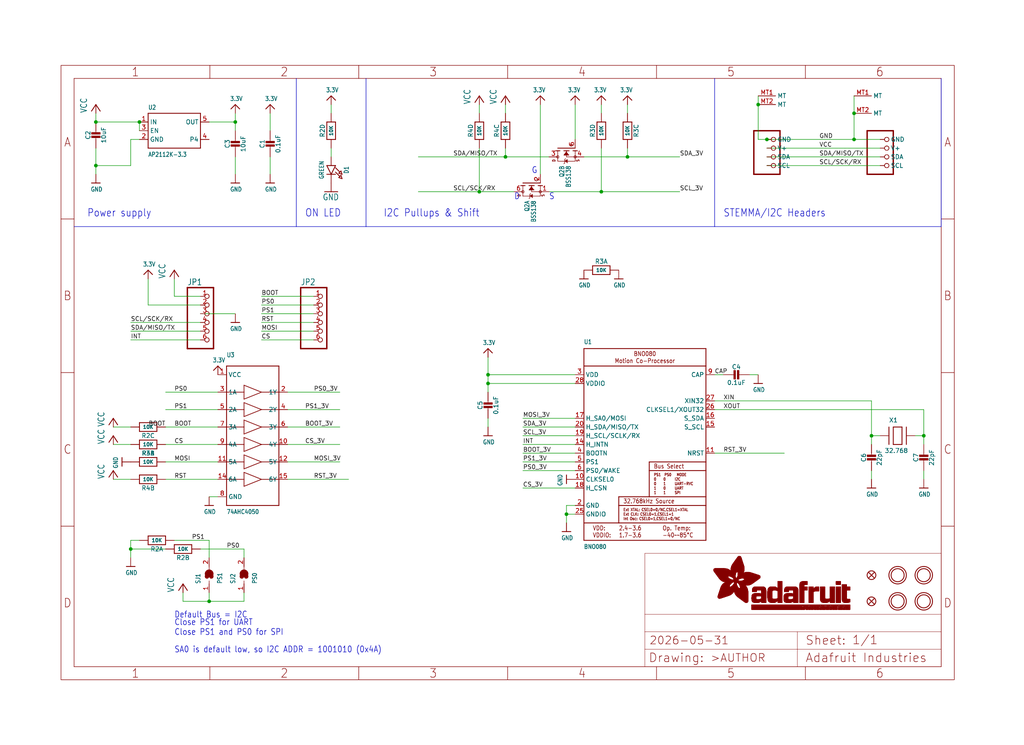
<source format=kicad_sch>
(kicad_sch (version 20230121) (generator eeschema)
  (paper "User" 298.45 217.17)
  (lib_symbols
    (symbol "Adafruit_BNO08x-eagle-import:3.3V" (power)
      (property "Value" "3.3V" (at -1.524 1.016 0))
      (symbol "3.3V_1_0"
        (pin power_in line (at 0 -2.54 90) (length 2.54) (name "3.3V") (number "1"))
      )
    )
    (symbol "Adafruit_BNO08x-eagle-import:74HC4050DTSSOP"
      (property "Reference" "U" (at -7.62 22.86 0))
      (symbol "74HC4050DTSSOP_1_0"
        (pin bidirectional line (at -10.16 17.78 0) (length 2.54) (name "VCC") (number "1"))
        (pin bidirectional line (at 10.16 -2.54 180) (length 2.54) (name "4Y") (number "10"))
        (pin bidirectional line (at -10.16 -7.62 0) (length 2.54) (name "5A") (number "11"))
        (pin bidirectional line (at 10.16 -7.62 180) (length 2.54) (name "5Y") (number "12"))
        (pin bidirectional line (at -10.16 -12.7 0) (length 2.54) (name "6A") (number "14"))
        (pin bidirectional line (at 10.16 -12.7 180) (length 2.54) (name "6Y") (number "15"))
        (pin bidirectional line (at 10.16 12.7 180) (length 2.54) (name "1Y") (number "2"))
        (pin bidirectional line (at -10.16 12.7 0) (length 2.54) (name "1A") (number "3"))
        (pin bidirectional line (at 10.16 7.62 180) (length 2.54) (name "2Y") (number "4"))
        (pin bidirectional line (at -10.16 7.62 0) (length 2.54) (name "2A") (number "5"))
        (pin bidirectional line (at 10.16 2.54 180) (length 2.54) (name "3Y") (number "6"))
        (pin bidirectional line (at -10.16 2.54 0) (length 2.54) (name "3A") (number "7"))
        (pin bidirectional line (at -10.16 -17.78 0) (length 2.54) (name "GND") (number "8"))
        (pin bidirectional line (at -10.16 -2.54 0) (length 2.54) (name "4A") (number "9"))
      )
    )
    (symbol "Adafruit_BNO08x-eagle-import:BNO080"
      (property "Reference" "U" (at -17.78 29.21 0))
      (symbol "BNO080_1_0"
        (text "2.4-3.6\n1.7-3.6" (at -7.62 -25.4 0) (effects (font (size 1.27 1.0795)) (justify left)))
        (text "32.768kHz Source" (at -6.35 -16.51 0) (effects (font (size 1.27 1.0795)) (justify left)))
        (text "BNO080\nMotion Co-Processor" (at 0 25.4 0) (effects (font (size 1.27 1.0795))))
        (text "Bus Select" (at 2.54 -6.35 0) (effects (font (size 1.27 1.0795)) (justify left)))
        (text "Ext XTAL: CSEL0=0/NC,CSEL1=XTAL\nExt CLK: CSEL0=1,CSEL1=1\nInt Osc: CSEL0=1,CSEL1=0/NC" (at -6.35 -20.32 0) (effects (font (size 0.8128 0.6908)) (justify left)))
        (text "Op. Temp:\n-40~~85°C" (at 5.08 -25.4 0) (effects (font (size 1.27 1.0795)) (justify left)))
        (text "PS1  PS0   MODE\n0    0     I2C\n0    1     UART-RVC\n1    0     UART\n1    1     SPI" (at 2.54 -11.43 0) (effects (font (size 0.8128 0.6908)) (justify left)))
        (text "VDD:\nVDDIO:" (at -15.24 -25.4 0) (effects (font (size 1.27 1.0795)) (justify left)))
        (pin input line (at -20.32 -10.16 0) (length 2.54) (name "CLKSEL0") (number "10"))
        (pin input line (at 20.32 -2.54 180) (length 2.54) (name "NRST") (number "11"))
        (pin output line (at -20.32 0 0) (length 2.54) (name "H_INTN") (number "14"))
        (pin bidirectional line (at 20.32 5.08 180) (length 2.54) (name "S_SCL") (number "15"))
        (pin bidirectional line (at 20.32 7.62 180) (length 2.54) (name "S_SDA") (number "16"))
        (pin output line (at -20.32 7.62 0) (length 2.54) (name "H_SA0/MOSI") (number "17"))
        (pin input line (at -20.32 -12.7 0) (length 2.54) (name "H_CSN") (number "18"))
        (pin bidirectional line (at -20.32 2.54 0) (length 2.54) (name "H_SCL/SCLK/RX") (number "19"))
        (pin power_in line (at -20.32 -17.78 0) (length 2.54) (name "GND") (number "2"))
        (pin bidirectional line (at -20.32 5.08 0) (length 2.54) (name "H_SDA/MISO/TX") (number "20"))
        (pin power_in line (at -20.32 -20.32 0) (length 2.54) (name "GNDIO") (number "25"))
        (pin output line (at 20.32 10.16 180) (length 2.54) (name "CLKSEL1/XOUT32") (number "26"))
        (pin input line (at 20.32 12.7 180) (length 2.54) (name "XIN32") (number "27"))
        (pin power_in line (at -20.32 17.78 0) (length 2.54) (name "VDDIO") (number "28"))
        (pin power_in line (at -20.32 20.32 0) (length 2.54) (name "VDD") (number "3"))
        (pin input line (at -20.32 -2.54 0) (length 2.54) (name "BOOTN") (number "4"))
        (pin input line (at -20.32 -5.08 0) (length 2.54) (name "PS1") (number "5"))
        (pin input line (at -20.32 -7.62 0) (length 2.54) (name "PS0/WAKE") (number "6"))
        (pin passive line (at 20.32 20.32 180) (length 2.54) (name "CAP") (number "9"))
      )
    )
    (symbol "Adafruit_BNO08x-eagle-import:CAP_CERAMIC0603_NO"
      (property "Reference" "C" (at -2.29 1.25 90))
      (symbol "CAP_CERAMIC0603_NO_1_0"
        (pin passive line (at 0 5.08 270) (length 2.54) (name "1") (number "1"))
        (pin passive line (at 0 -2.54 90) (length 2.54) (name "2") (number "2"))
      )
    )
    (symbol "Adafruit_BNO08x-eagle-import:CAP_CERAMIC0805-NOOUTLINE"
      (property "Reference" "C" (at -2.29 1.25 90))
      (symbol "CAP_CERAMIC0805-NOOUTLINE_1_0"
        (pin passive line (at 0 5.08 270) (length 2.54) (name "1") (number "1"))
        (pin passive line (at 0 -2.54 90) (length 2.54) (name "2") (number "2"))
      )
    )
    (symbol "Adafruit_BNO08x-eagle-import:FIDUCIAL_1MM")
    (symbol "Adafruit_BNO08x-eagle-import:FRAME_A4_ADAFRUIT"
      (symbol "FRAME_A4_ADAFRUIT_1_0"
        (text "${#}/${##}" (at 230.505 10.16 0) (effects (font (size 2.54 2.54)) (justify left bottom)))
        (text "${CURRENT_DATE}" (at 171.45 10.16 0) (effects (font (size 2.286 2.286)) (justify left bottom)))
        (text "${PROJECTNAME}" (at 171.45 15.24 0) (effects (font (size 2.54 2.54)) (justify left bottom)))
        (text "1" (at 21.6958 1.905 0) (effects (font (size 2.54 2.286))))
        (text "1" (at 21.6958 177.165 0) (effects (font (size 2.54 2.286))))
        (text "2" (at 65.0875 1.905 0) (effects (font (size 2.54 2.286))))
        (text "2" (at 65.0875 177.165 0) (effects (font (size 2.54 2.286))))
        (text "3" (at 108.4792 1.905 0) (effects (font (size 2.54 2.286))))
        (text "3" (at 108.4792 177.165 0) (effects (font (size 2.54 2.286))))
        (text "4" (at 151.8708 1.905 0) (effects (font (size 2.54 2.286))))
        (text "4" (at 151.8708 177.165 0) (effects (font (size 2.54 2.286))))
        (text "5" (at 195.2625 1.905 0) (effects (font (size 2.54 2.286))))
        (text "5" (at 195.2625 177.165 0) (effects (font (size 2.54 2.286))))
        (text "6" (at 238.6542 1.905 0) (effects (font (size 2.54 2.286))))
        (text "6" (at 238.6542 177.165 0) (effects (font (size 2.54 2.286))))
        (text ">AUTHOR" (at 189.23 5.08 0) (effects (font (size 2.286 2.286)) (justify left bottom)))
        (text "A" (at 1.905 156.6863 0) (effects (font (size 2.54 2.286))))
        (text "A" (at 258.445 156.6863 0) (effects (font (size 2.54 2.286))))
        (text "Adafruit Industries" (at 216.916 4.953 0) (effects (font (size 2.54 2.54)) (justify left bottom)))
        (text "B" (at 1.905 111.9188 0) (effects (font (size 2.54 2.286))))
        (text "B" (at 258.445 111.9188 0) (effects (font (size 2.54 2.286))))
        (text "C" (at 1.905 67.1513 0) (effects (font (size 2.54 2.286))))
        (text "C" (at 258.445 67.1513 0) (effects (font (size 2.54 2.286))))
        (text "D" (at 1.905 22.3838 0) (effects (font (size 2.54 2.286))))
        (text "D" (at 258.445 22.3838 0) (effects (font (size 2.54 2.286))))
        (text "Drawing:" (at 171.196 4.953 0) (effects (font (size 2.54 2.54)) (justify left bottom)))
        (text "Sheet:" (at 216.916 10.033 0) (effects (font (size 2.54 2.54)) (justify left bottom)))
      )
    )
    (symbol "Adafruit_BNO08x-eagle-import:GND" (power)
      (property "Value" "GND" (at -1.524 -2.54 0))
      (symbol "GND_1_0"
        (pin power_in line (at 0 2.54 270) (length 2.54) (name "GND") (number "1"))
      )
    )
    (symbol "Adafruit_BNO08x-eagle-import:HEADER-1X670MIL"
      (property "Reference" "JP" (at -6.35 10.795 0))
      (symbol "HEADER-1X670MIL_1_0"
        (pin passive inverted (at -2.54 7.62 0) (length 2.54) (name "1") (number "1"))
        (pin passive inverted (at -2.54 5.08 0) (length 2.54) (name "2") (number "2"))
        (pin passive inverted (at -2.54 2.54 0) (length 2.54) (name "3") (number "3"))
        (pin passive inverted (at -2.54 0 0) (length 2.54) (name "4") (number "4"))
        (pin passive inverted (at -2.54 -2.54 0) (length 2.54) (name "5") (number "5"))
        (pin passive inverted (at -2.54 -5.08 0) (length 2.54) (name "6") (number "6"))
      )
    )
    (symbol "Adafruit_BNO08x-eagle-import:LED0603_NOOUTLINE"
      (property "Reference" "D" (at -1.27 4.445 0))
      (symbol "LED0603_NOOUTLINE_1_0"
        (pin passive line (at -5.08 0 0) (length 2.54) (name "A") (number "A"))
        (pin passive line (at 2.54 0 180) (length 2.54) (name "C") (number "C"))
      )
    )
    (symbol "Adafruit_BNO08x-eagle-import:MOSFET-N_DUAL"
      (property "Reference" "Q" (at 5.08 0.635 0))
      (symbol "MOSFET-N_DUAL_1_0"
        (text "D" (at 3.175 3.175 0) (effects (font (size 0.8128 0.6908)) (justify left bottom)))
        (text "G" (at -1.27 -1.905 0) (effects (font (size 0.8128 0.6908)) (justify left bottom)))
        (text "S" (at 3.175 -3.81 0) (effects (font (size 0.8128 0.6908)) (justify left bottom)))
        (pin bidirectional line (at 2.54 -5.08 90) (length 2.54) (name "S") (number "1"))
        (pin bidirectional line (at -2.54 -2.54 0) (length 2.54) (name "G") (number "2"))
        (pin bidirectional line (at 2.54 5.08 270) (length 2.54) (name "D") (number "6"))
      )
      (symbol "MOSFET-N_DUAL_2_0"
        (text "D" (at 3.175 3.175 0) (effects (font (size 0.8128 0.6908)) (justify left bottom)))
        (text "G" (at -1.27 -1.905 0) (effects (font (size 0.8128 0.6908)) (justify left bottom)))
        (text "S" (at 3.175 -3.81 0) (effects (font (size 0.8128 0.6908)) (justify left bottom)))
        (pin bidirectional line (at 2.54 5.08 270) (length 2.54) (name "D") (number "3"))
        (pin bidirectional line (at 2.54 -5.08 90) (length 2.54) (name "S") (number "4"))
        (pin bidirectional line (at -2.54 -2.54 0) (length 2.54) (name "G") (number "5"))
      )
    )
    (symbol "Adafruit_BNO08x-eagle-import:MOUNTINGHOLE2.5")
    (symbol "Adafruit_BNO08x-eagle-import:RESISTOR_4PACK"
      (property "Reference" "R" (at 0 2.54 0))
      (symbol "RESISTOR_4PACK_1_0"
        (pin passive line (at -5.08 0 0) (length 2.54) (name "1") (number "1"))
        (pin passive line (at 5.08 0 180) (length 2.54) (name "2") (number "8"))
      )
      (symbol "RESISTOR_4PACK_2_0"
        (pin passive line (at -5.08 0 0) (length 2.54) (name "1") (number "2"))
        (pin passive line (at 5.08 0 180) (length 2.54) (name "2") (number "7"))
      )
      (symbol "RESISTOR_4PACK_3_0"
        (pin passive line (at -5.08 0 0) (length 2.54) (name "1") (number "3"))
        (pin passive line (at 5.08 0 180) (length 2.54) (name "2") (number "6"))
      )
      (symbol "RESISTOR_4PACK_4_0"
        (pin passive line (at -5.08 0 0) (length 2.54) (name "1") (number "4"))
        (pin passive line (at 5.08 0 180) (length 2.54) (name "2") (number "5"))
      )
    )
    (symbol "Adafruit_BNO08x-eagle-import:SOLDERJUMPER"
      (property "Reference" "SJ" (at -2.54 2.54 0))
      (symbol "SOLDERJUMPER_1_0"
        (pin passive line (at -5.08 0 0) (length 2.54) (name "1") (number "1"))
        (pin passive line (at 5.08 0 180) (length 2.54) (name "2") (number "2"))
      )
    )
    (symbol "Adafruit_BNO08x-eagle-import:STEMMA_I2C_QT"
      (symbol "STEMMA_I2C_QT_1_0"
        (pin passive inverted (at 0 5.08 0) (length 2.54) (name "GND") (number "1"))
        (pin passive inverted (at 0 2.54 0) (length 2.54) (name "V+") (number "2"))
        (pin passive inverted (at 0 0 0) (length 2.54) (name "SDA") (number "3"))
        (pin passive inverted (at 0 -2.54 0) (length 2.54) (name "SCL") (number "4"))
      )
      (symbol "STEMMA_I2C_QT_2_0"
        (pin bidirectional line (at 0 0 0) (length 5.08) (name "MT") (number "MT1"))
      )
      (symbol "STEMMA_I2C_QT_3_0"
        (pin bidirectional line (at 0 0 0) (length 5.08) (name "MT") (number "MT2"))
      )
    )
    (symbol "Adafruit_BNO08x-eagle-import:VCC" (power)
      (property "Value" "VCC" (at -2.54 -2.54 90))
      (symbol "VCC_1_0"
        (pin power_in line (at 0 -2.54 90) (length 2.54) (name "VCC") (number "1"))
      )
    )
    (symbol "Adafruit_BNO08x-eagle-import:VREG_SOT23-5"
      (property "Reference" "U" (at -7.62 6.096 0))
      (symbol "VREG_SOT23-5_1_0"
        (pin power_in line (at -10.16 2.54 0) (length 2.54) (name "IN") (number "1"))
        (pin power_in line (at -10.16 -2.54 0) (length 2.54) (name "GND") (number "2"))
        (pin input line (at -10.16 0 0) (length 2.54) (name "EN") (number "3"))
        (pin bidirectional line (at 10.16 -2.54 180) (length 2.54) (name "P4") (number "4"))
        (pin power_in line (at 10.16 2.54 180) (length 2.54) (name "OUT") (number "5"))
      )
    )
    (symbol "Adafruit_BNO08x-eagle-import:XTAL-3.2X1.5"
      (property "Reference" "X" (at -2.54 3.81 0))
      (symbol "XTAL-3.2X1.5_1_0"
        (pin bidirectional line (at -5.08 0 0) (length 2.54) (name "P$1") (number "P$1"))
        (pin bidirectional line (at 5.08 0 180) (length 2.54) (name "P$2") (number "P$2"))
      )
    )
    (symbol "Adafruit_BNO08x-eagle-import:supply1_GND" (power)
      (property "Value" "supply1_GND" (at -2.54 -2.54 0))
      (symbol "supply1_GND_1_0"
        (pin power_in line (at 0 2.54 270) (length 2.54) (name "GND") (number "1"))
      )
    )
  )
  (junction (at 165.1 149.86))
  (junction (at 147.32 45.72))
  (junction (at 142.24 109.22))
  (junction (at 68.58 35.56))
  (junction (at 142.24 111.76))
  (junction (at 175.26 55.88))
  (junction (at 40.64 35.56))
  (junction (at 220.98 30.48))
  (junction (at 248.92 33.02))
  (junction (at 248.92 40.64))
  (junction (at 60.96 175.26))
  (junction (at 27.94 35.56))
  (junction (at 139.7 55.88))
  (junction (at 182.88 45.72))
  (junction (at 269.24 127))
  (junction (at 223.52 40.64))
  (junction (at 254 127))
  (junction (at 38.1 160.02))
  (junction (at 27.94 48.26))
  (wire (pts (xy 139.7 30.48) (xy 139.7 33.02)) (stroke (width 0.1524)))
  (wire (pts (xy 83.82 129.54) (xy 99.06 129.54)) (stroke (width 0.1524)))
  (wire (pts (xy 91.44 99.06) (xy 76.2 99.06)) (stroke (width 0.1524)))
  (wire (pts (xy 142.24 114.3) (xy 142.24 111.76)) (stroke (width 0.1524)))
  (wire (pts (xy 58.42 88.9) (xy 43.18 88.9)) (stroke (width 0.1524)))
  (wire (pts (xy 91.44 91.44) (xy 76.2 91.44)) (stroke (width 0.1524)))
  (wire (pts (xy 142.24 111.76) (xy 142.24 109.22)) (stroke (width 0.1524)))
  (wire (pts (xy 83.82 114.3) (xy 99.06 114.3)) (stroke (width 0.1524)))
  (wire (pts (xy 254 137.16) (xy 254 139.7)) (stroke (width 0.1524)))
  (wire (pts (xy 223.52 43.18) (xy 256.54 43.18)) (stroke (width 0.1524)))
  (polyline (pts (xy 274.32 22.86) (xy 274.32 66.04)) (stroke (width 0.1524) (type solid)))
  (wire (pts (xy 167.64 40.64) (xy 167.64 30.48)) (stroke (width 0.1524)))
  (wire (pts (xy 50.8 157.48) (xy 60.96 157.48)) (stroke (width 0.1524)))
  (wire (pts (xy 256.54 45.72) (xy 223.52 45.72)) (stroke (width 0.1524)))
  (wire (pts (xy 68.58 35.56) (xy 68.58 38.1)) (stroke (width 0.1524)))
  (wire (pts (xy 53.34 175.26) (xy 53.34 172.72)) (stroke (width 0.1524)))
  (wire (pts (xy 269.24 137.16) (xy 269.24 139.7)) (stroke (width 0.1524)))
  (wire (pts (xy 167.64 111.76) (xy 142.24 111.76)) (stroke (width 0.1524)))
  (wire (pts (xy 139.7 43.18) (xy 139.7 55.88)) (stroke (width 0.1524)))
  (wire (pts (xy 43.18 88.9) (xy 43.18 81.28)) (stroke (width 0.1524)))
  (wire (pts (xy 208.28 116.84) (xy 254 116.84)) (stroke (width 0.1524)))
  (wire (pts (xy 99.06 119.38) (xy 83.82 119.38)) (stroke (width 0.1524)))
  (wire (pts (xy 96.52 45.72) (xy 96.52 43.18)) (stroke (width 0.1524)))
  (wire (pts (xy 58.42 96.52) (xy 38.1 96.52)) (stroke (width 0.1524)))
  (wire (pts (xy 38.1 157.48) (xy 38.1 160.02)) (stroke (width 0.1524)))
  (polyline (pts (xy 86.36 22.86) (xy 86.36 66.04)) (stroke (width 0.1524) (type solid)))
  (wire (pts (xy 33.02 129.54) (xy 38.1 129.54)) (stroke (width 0.1524)))
  (wire (pts (xy 208.28 119.38) (xy 269.24 119.38)) (stroke (width 0.1524)))
  (wire (pts (xy 58.42 91.44) (xy 68.58 91.44)) (stroke (width 0.1524)))
  (wire (pts (xy 68.58 45.72) (xy 68.58 50.8)) (stroke (width 0.1524)))
  (polyline (pts (xy 106.68 22.86) (xy 106.68 66.04)) (stroke (width 0.1524) (type solid)))
  (wire (pts (xy 40.64 35.56) (xy 27.94 35.56)) (stroke (width 0.1524)))
  (wire (pts (xy 27.94 33.02) (xy 27.94 35.56)) (stroke (width 0.1524)))
  (wire (pts (xy 78.74 45.72) (xy 78.74 50.8)) (stroke (width 0.1524)))
  (wire (pts (xy 27.94 48.26) (xy 27.94 50.8)) (stroke (width 0.1524)))
  (wire (pts (xy 175.26 43.18) (xy 175.26 55.88)) (stroke (width 0.1524)))
  (wire (pts (xy 218.44 109.22) (xy 220.98 109.22)) (stroke (width 0.1524)))
  (wire (pts (xy 167.64 127) (xy 152.4 127)) (stroke (width 0.1524)))
  (wire (pts (xy 40.64 38.1) (xy 40.64 35.56)) (stroke (width 0.1524)))
  (wire (pts (xy 60.96 175.26) (xy 53.34 175.26)) (stroke (width 0.1524)))
  (wire (pts (xy 38.1 40.64) (xy 38.1 48.26)) (stroke (width 0.1524)))
  (wire (pts (xy 220.98 40.64) (xy 223.52 40.64)) (stroke (width 0.1524)))
  (wire (pts (xy 256.54 40.64) (xy 248.92 40.64)) (stroke (width 0.1524)))
  (wire (pts (xy 38.1 157.48) (xy 40.64 157.48)) (stroke (width 0.1524)))
  (wire (pts (xy 248.92 27.94) (xy 248.92 33.02)) (stroke (width 0.1524)))
  (wire (pts (xy 149.86 55.88) (xy 139.7 55.88)) (stroke (width 0.1524)))
  (wire (pts (xy 38.1 160.02) (xy 38.1 162.56)) (stroke (width 0.1524)))
  (wire (pts (xy 147.32 33.02) (xy 147.32 30.48)) (stroke (width 0.1524)))
  (wire (pts (xy 167.64 132.08) (xy 152.4 132.08)) (stroke (width 0.1524)))
  (wire (pts (xy 208.28 109.22) (xy 210.82 109.22)) (stroke (width 0.1524)))
  (wire (pts (xy 160.02 55.88) (xy 175.26 55.88)) (stroke (width 0.1524)))
  (wire (pts (xy 167.64 121.92) (xy 152.4 121.92)) (stroke (width 0.1524)))
  (wire (pts (xy 266.7 127) (xy 269.24 127)) (stroke (width 0.1524)))
  (wire (pts (xy 269.24 119.38) (xy 269.24 127)) (stroke (width 0.1524)))
  (wire (pts (xy 254 127) (xy 254 129.54)) (stroke (width 0.1524)))
  (wire (pts (xy 48.26 139.7) (xy 63.5 139.7)) (stroke (width 0.1524)))
  (wire (pts (xy 83.82 124.46) (xy 99.06 124.46)) (stroke (width 0.1524)))
  (wire (pts (xy 248.92 33.02) (xy 248.92 40.64)) (stroke (width 0.1524)))
  (wire (pts (xy 208.28 132.08) (xy 228.6 132.08)) (stroke (width 0.1524)))
  (wire (pts (xy 68.58 35.56) (xy 68.58 33.02)) (stroke (width 0.1524)))
  (wire (pts (xy 167.64 147.32) (xy 165.1 147.32)) (stroke (width 0.1524)))
  (wire (pts (xy 78.74 33.02) (xy 78.74 38.1)) (stroke (width 0.1524)))
  (polyline (pts (xy 21.59 66.04) (xy 86.36 66.04)) (stroke (width 0.1524) (type solid)))
  (wire (pts (xy 63.5 144.78) (xy 60.96 144.78)) (stroke (width 0.1524)))
  (wire (pts (xy 38.1 48.26) (xy 27.94 48.26)) (stroke (width 0.1524)))
  (wire (pts (xy 91.44 86.36) (xy 76.2 86.36)) (stroke (width 0.1524)))
  (wire (pts (xy 91.44 96.52) (xy 76.2 96.52)) (stroke (width 0.1524)))
  (polyline (pts (xy 208.28 22.86) (xy 208.28 66.04)) (stroke (width 0.1524) (type solid)))
  (wire (pts (xy 157.48 50.8) (xy 157.48 30.48)) (stroke (width 0.1524)))
  (wire (pts (xy 256.54 127) (xy 254 127)) (stroke (width 0.1524)))
  (wire (pts (xy 33.02 139.7) (xy 38.1 139.7)) (stroke (width 0.1524)))
  (wire (pts (xy 220.98 30.48) (xy 220.98 40.64)) (stroke (width 0.1524)))
  (wire (pts (xy 248.92 40.64) (xy 223.52 40.64)) (stroke (width 0.1524)))
  (wire (pts (xy 254 116.84) (xy 254 127)) (stroke (width 0.1524)))
  (wire (pts (xy 27.94 48.26) (xy 27.94 43.18)) (stroke (width 0.1524)))
  (wire (pts (xy 50.8 86.36) (xy 50.8 81.28)) (stroke (width 0.1524)))
  (wire (pts (xy 223.52 48.26) (xy 256.54 48.26)) (stroke (width 0.1524)))
  (wire (pts (xy 91.44 88.9) (xy 76.2 88.9)) (stroke (width 0.1524)))
  (wire (pts (xy 83.82 134.62) (xy 99.06 134.62)) (stroke (width 0.1524)))
  (wire (pts (xy 60.96 157.48) (xy 60.96 162.56)) (stroke (width 0.1524)))
  (wire (pts (xy 91.44 93.98) (xy 76.2 93.98)) (stroke (width 0.1524)))
  (wire (pts (xy 152.4 137.16) (xy 167.64 137.16)) (stroke (width 0.1524)))
  (wire (pts (xy 182.88 45.72) (xy 198.12 45.72)) (stroke (width 0.1524)))
  (wire (pts (xy 71.12 160.02) (xy 71.12 162.56)) (stroke (width 0.1524)))
  (wire (pts (xy 269.24 127) (xy 269.24 129.54)) (stroke (width 0.1524)))
  (wire (pts (xy 170.18 45.72) (xy 182.88 45.72)) (stroke (width 0.1524)))
  (wire (pts (xy 175.26 55.88) (xy 198.12 55.88)) (stroke (width 0.1524)))
  (wire (pts (xy 33.02 124.46) (xy 38.1 124.46)) (stroke (width 0.1524)))
  (wire (pts (xy 63.5 114.3) (xy 48.26 114.3)) (stroke (width 0.1524)))
  (polyline (pts (xy 106.68 66.04) (xy 208.28 66.04)) (stroke (width 0.1524) (type solid)))
  (wire (pts (xy 167.64 149.86) (xy 165.1 149.86)) (stroke (width 0.1524)))
  (wire (pts (xy 48.26 160.02) (xy 38.1 160.02)) (stroke (width 0.1524)))
  (wire (pts (xy 160.02 45.72) (xy 147.32 45.72)) (stroke (width 0.1524)))
  (polyline (pts (xy 86.36 66.04) (xy 106.68 66.04)) (stroke (width 0.1524) (type solid)))
  (wire (pts (xy 175.26 33.02) (xy 175.26 30.48)) (stroke (width 0.1524)))
  (wire (pts (xy 48.26 129.54) (xy 63.5 129.54)) (stroke (width 0.1524)))
  (wire (pts (xy 147.32 45.72) (xy 121.92 45.72)) (stroke (width 0.1524)))
  (wire (pts (xy 167.64 124.46) (xy 152.4 124.46)) (stroke (width 0.1524)))
  (wire (pts (xy 71.12 172.72) (xy 71.12 175.26)) (stroke (width 0.1524)))
  (wire (pts (xy 58.42 99.06) (xy 38.1 99.06)) (stroke (width 0.1524)))
  (wire (pts (xy 40.64 40.64) (xy 38.1 40.64)) (stroke (width 0.1524)))
  (wire (pts (xy 182.88 43.18) (xy 182.88 45.72)) (stroke (width 0.1524)))
  (wire (pts (xy 63.5 119.38) (xy 48.26 119.38)) (stroke (width 0.1524)))
  (wire (pts (xy 182.88 33.02) (xy 182.88 30.48)) (stroke (width 0.1524)))
  (wire (pts (xy 147.32 43.18) (xy 147.32 45.72)) (stroke (width 0.1524)))
  (wire (pts (xy 142.24 121.92) (xy 142.24 124.46)) (stroke (width 0.1524)))
  (wire (pts (xy 142.24 109.22) (xy 142.24 104.14)) (stroke (width 0.1524)))
  (wire (pts (xy 60.96 35.56) (xy 68.58 35.56)) (stroke (width 0.1524)))
  (wire (pts (xy 96.52 30.48) (xy 96.52 33.02)) (stroke (width 0.1524)))
  (wire (pts (xy 58.42 93.98) (xy 38.1 93.98)) (stroke (width 0.1524)))
  (wire (pts (xy 83.82 139.7) (xy 101.6 139.7)) (stroke (width 0.1524)))
  (polyline (pts (xy 208.28 66.04) (xy 274.32 66.04)) (stroke (width 0.1524) (type solid)))
  (wire (pts (xy 220.98 27.94) (xy 220.98 30.48)) (stroke (width 0.1524)))
  (wire (pts (xy 139.7 55.88) (xy 121.92 55.88)) (stroke (width 0.1524)))
  (wire (pts (xy 167.64 129.54) (xy 152.4 129.54)) (stroke (width 0.1524)))
  (wire (pts (xy 60.96 172.72) (xy 60.96 175.26)) (stroke (width 0.1524)))
  (wire (pts (xy 58.42 86.36) (xy 50.8 86.36)) (stroke (width 0.1524)))
  (wire (pts (xy 165.1 149.86) (xy 165.1 152.4)) (stroke (width 0.1524)))
  (wire (pts (xy 167.64 109.22) (xy 142.24 109.22)) (stroke (width 0.1524)))
  (wire (pts (xy 63.5 124.46) (xy 48.26 124.46)) (stroke (width 0.1524)))
  (wire (pts (xy 58.42 160.02) (xy 71.12 160.02)) (stroke (width 0.1524)))
  (wire (pts (xy 167.64 134.62) (xy 152.4 134.62)) (stroke (width 0.1524)))
  (wire (pts (xy 167.64 142.24) (xy 152.4 142.24)) (stroke (width 0.1524)))
  (wire (pts (xy 71.12 175.26) (xy 60.96 175.26)) (stroke (width 0.1524)))
  (wire (pts (xy 165.1 147.32) (xy 165.1 149.86)) (stroke (width 0.1524)))
  (wire (pts (xy 63.5 134.62) (xy 48.26 134.62)) (stroke (width 0.1524)))
  (text "S" (at 160.02 58.42 0) (effects (font (size 1.778 1.5113)) (justify left bottom)))
  (text "D" (at 149.86 58.42 0) (effects (font (size 1.778 1.5113)) (justify left bottom)))
  (text "ON LED" (at 88.9 63.5 0) (effects (font (size 2.1844 1.8567)) (justify left bottom)))
  (text "Power supply" (at 25.4 63.5 0) (effects (font (size 2.1844 1.8567)) (justify left bottom)))
  (text "STEMMA/I2C Headers" (at 210.82 63.5 0) (effects (font (size 2.1844 1.8567)) (justify left bottom)))
  (text "SA0 is default low, so I2C ADDR = 1001010 (0x4A)" (at 50.8 190.5 0) (effects (font (size 1.778 1.5113)) (justify left bottom)))
  (text "Default Bus = I2C" (at 50.8 180.34 0) (effects (font (size 1.778 1.5113)) (justify left bottom)))
  (text "I2C Pullups & Shift" (at 111.76 63.5 0) (effects (font (size 2.1844 1.8567)) (justify left bottom)))
  (text "G" (at 154.94 50.8 0) (effects (font (size 1.778 1.5113)) (justify left bottom)))
  (text "Close PS1 for UART\nClose PS1 and PS0 for SPI" (at 50.8 185.42 0) (effects (font (size 1.778 1.5113)) (justify left bottom)))
  (label "RST_3V" (at 91.44 139.7 0) (effects (font (size 1.2446 1.2446))))
  (label "RST_3V" (at 210.82 132.08 0) (effects (font (size 1.2446 1.2446))))
  (label "PS0" (at 50.8 114.3 0) (effects (font (size 1.2446 1.2446))))
  (label "CS" (at 76.2 99.06 0) (effects (font (size 1.2446 1.2446))))
  (label "SDA/MISO/TX" (at 238.76 45.72 0) (effects (font (size 1.2446 1.2446))))
  (label "CS_3V" (at 152.4 142.24 0) (effects (font (size 1.2446 1.2446))))
  (label "MOSI" (at 50.8 134.62 0) (effects (font (size 1.2446 1.2446))))
  (label "PS1" (at 50.8 119.38 0) (effects (font (size 1.2446 1.2446))))
  (label "BOOT" (at 50.8 124.46 0) (effects (font (size 1.2446 1.2446))))
  (label "SCL_3V" (at 152.4 127 0) (effects (font (size 1.2446 1.2446))))
  (label "PS0" (at 66.04 160.02 0) (effects (font (size 1.2446 1.2446))))
  (label "BOOT_3V" (at 152.4 132.08 0) (effects (font (size 1.2446 1.2446))))
  (label "BOOT_3V" (at 88.9 124.46 0) (effects (font (size 1.2446 1.2446))))
  (label "MOSI_3V" (at 152.4 121.92 0) (effects (font (size 1.2446 1.2446))))
  (label "SDA_3V" (at 152.4 124.46 0) (effects (font (size 1.2446 1.2446))))
  (label "PS1_3V" (at 152.4 134.62 0) (effects (font (size 1.2446 1.2446))))
  (label "CAP" (at 208.28 109.22 0) (effects (font (size 1.2446 1.2446))))
  (label "RST" (at 76.2 93.98 0) (effects (font (size 1.2446 1.2446))))
  (label "INT" (at 38.1 99.06 0) (effects (font (size 1.2446 1.2446))))
  (label "MOSI" (at 76.2 96.52 0) (effects (font (size 1.2446 1.2446))))
  (label "PS1_3V" (at 88.9 119.38 0) (effects (font (size 1.2446 1.2446))))
  (label "PS0" (at 76.2 88.9 0) (effects (font (size 1.2446 1.2446))))
  (label "CS" (at 50.8 129.54 0) (effects (font (size 1.2446 1.2446))))
  (label "SDA_3V" (at 198.12 45.72 0) (effects (font (size 1.2446 1.2446))))
  (label "PS1" (at 55.88 157.48 0) (effects (font (size 1.2446 1.2446))))
  (label "XIN" (at 210.82 116.84 0) (effects (font (size 1.2446 1.2446))))
  (label "INT" (at 152.4 129.54 0) (effects (font (size 1.2446 1.2446))))
  (label "SCL/SCK/RX" (at 238.76 48.26 0) (effects (font (size 1.2446 1.2446))))
  (label "MOSI_3V" (at 91.44 134.62 0) (effects (font (size 1.2446 1.2446))))
  (label "BOOT" (at 76.2 86.36 0) (effects (font (size 1.2446 1.2446))))
  (label "SCL/SCK/RX" (at 132.08 55.88 0) (effects (font (size 1.2446 1.2446))))
  (label "SDA/MISO/TX" (at 38.1 96.52 0) (effects (font (size 1.2446 1.2446))))
  (label "PS0_3V" (at 91.44 114.3 0) (effects (font (size 1.2446 1.2446))))
  (label "SCL/SCK/RX" (at 38.1 93.98 0) (effects (font (size 1.2446 1.2446))))
  (label "RST" (at 50.8 139.7 0) (effects (font (size 1.2446 1.2446))))
  (label "SDA/MISO/TX" (at 132.08 45.72 0) (effects (font (size 1.2446 1.2446))))
  (label "VCC" (at 238.76 43.18 0) (effects (font (size 1.2446 1.2446))))
  (label "PS1" (at 76.2 91.44 0) (effects (font (size 1.2446 1.2446))))
  (label "XOUT" (at 210.82 119.38 0) (effects (font (size 1.2446 1.2446))))
  (label "PS0_3V" (at 152.4 137.16 0) (effects (font (size 1.2446 1.2446))))
  (label "CS_3V" (at 88.9 129.54 0) (effects (font (size 1.2446 1.2446))))
  (label "SCL_3V" (at 198.12 55.88 0) (effects (font (size 1.2446 1.2446))))
  (label "GND" (at 238.76 40.64 0) (effects (font (size 1.2446 1.2446))))
  (label "BOOT" (at 48.26 124.46 180) (effects (font (size 1.2446 1.2446))))
  (symbol (lib_id "Adafruit_BNO08x-eagle-import:3.3V") (at 175.26 27.94 0) (mirror y) (unit 1)
    (property "Reference" "#U$024" (effects hide))
    (property "Value" "3.3V" (at 176.784 26.924 0) (effects (font (size 1.27 1.0795)) (justify left bottom)))
  )
  (symbol (lib_id "Adafruit_BNO08x-eagle-import:VCC") (at 147.32 27.94 0) (unit 1)
    (property "Reference" "#P+02" (effects hide))
    (property "Value" "VCC" (at 144.78 30.48 90) (effects (font (size 1.778 1.5113)) (justify left bottom)))
  )
  (symbol (lib_id "Adafruit_BNO08x-eagle-import:RESISTOR_4PACK") (at 43.18 129.54 180) (unit 1)
    (property "Reference" "R4" (at 43.18 132.08 0))
    (property "Value" "10K" (at 43.18 129.54 0) (effects (font (size 1.016 1.016) bold)))
    (property "Footprint" "Adafruit_BNO08x:RESPACK_4X0603" (effects hide))
  )
  (symbol (lib_id "Adafruit_BNO08x-eagle-import:FRAME_A4_ADAFRUIT") (at 17.78 198.12 0) (unit 1)
    (property "Reference" "#U$18" (effects hide))
    (property "Value" "FRAME_A4_ADAFRUIT" (effects hide))
  )
  (symbol (lib_id "Adafruit_BNO08x-eagle-import:GND") (at 165.1 154.94 0) (unit 1)
    (property "Reference" "#U$02" (effects hide))
    (property "Value" "GND" (at 163.576 157.48 0) (effects (font (size 1.27 1.0795)) (justify left bottom)))
  )
  (symbol (lib_id "Adafruit_BNO08x-eagle-import:CAP_CERAMIC0603_NO") (at 78.74 43.18 0) (unit 1)
    (property "Reference" "C1" (at 76.45 41.93 90))
    (property "Value" "0.1uF" (at 81.04 41.93 90))
    (property "Footprint" "Adafruit_BNO08x:0603-NO" (effects hide))
  )
  (symbol (lib_id "Adafruit_BNO08x-eagle-import:CAP_CERAMIC0805-NOOUTLINE") (at 27.94 40.64 0) (unit 1)
    (property "Reference" "C2" (at 25.65 39.39 90))
    (property "Value" "10uF" (at 30.24 39.39 90))
    (property "Footprint" "Adafruit_BNO08x:0805-NO" (effects hide))
  )
  (symbol (lib_id "Adafruit_BNO08x-eagle-import:HEADER-1X670MIL") (at 93.98 93.98 0) (unit 1)
    (property "Reference" "JP2" (at 87.63 83.185 0) (effects (font (size 1.778 1.5113)) (justify left bottom)))
    (property "Value" "HEADER-1X670MIL" (effects hide))
    (property "Footprint" "Adafruit_BNO08x:1X06_ROUND_70" (effects hide))
  )
  (symbol (lib_id "Adafruit_BNO08x-eagle-import:VCC") (at 33.02 137.16 0) (unit 1)
    (property "Reference" "#P+06" (effects hide))
    (property "Value" "VCC" (at 30.48 139.7 90) (effects (font (size 1.778 1.5113)) (justify left bottom)))
  )
  (symbol (lib_id "Adafruit_BNO08x-eagle-import:RESISTOR_4PACK") (at 147.32 38.1 90) (unit 3)
    (property "Reference" "R4" (at 144.78 38.1 0))
    (property "Value" "10K" (at 147.32 38.1 0) (effects (font (size 1.016 1.016) bold)))
    (property "Footprint" "Adafruit_BNO08x:RESPACK_4X0603" (effects hide))
  )
  (symbol (lib_id "Adafruit_BNO08x-eagle-import:3.3V") (at 78.74 30.48 0) (unit 1)
    (property "Reference" "#U$014" (effects hide))
    (property "Value" "3.3V" (at 77.216 29.464 0) (effects (font (size 1.27 1.0795)) (justify left bottom)))
  )
  (symbol (lib_id "Adafruit_BNO08x-eagle-import:3.3V") (at 167.64 27.94 0) (mirror y) (unit 1)
    (property "Reference" "#U$023" (effects hide))
    (property "Value" "3.3V" (at 169.164 26.924 0) (effects (font (size 1.27 1.0795)) (justify left bottom)))
  )
  (symbol (lib_id "Adafruit_BNO08x-eagle-import:3.3V") (at 68.58 30.48 0) (unit 1)
    (property "Reference" "#U$015" (effects hide))
    (property "Value" "3.3V" (at 67.056 29.464 0) (effects (font (size 1.27 1.0795)) (justify left bottom)))
  )
  (symbol (lib_id "Adafruit_BNO08x-eagle-import:VCC") (at 139.7 27.94 0) (unit 1)
    (property "Reference" "#P+01" (effects hide))
    (property "Value" "VCC" (at 137.16 30.48 90) (effects (font (size 1.778 1.5113)) (justify left bottom)))
  )
  (symbol (lib_id "Adafruit_BNO08x-eagle-import:LED0603_NOOUTLINE") (at 96.52 50.8 270) (unit 1)
    (property "Reference" "D1" (at 100.965 49.53 0) (effects (font (size 1.27 1.0795))))
    (property "Value" "GREEN" (at 93.726 49.53 0) (effects (font (size 1.27 1.0795))))
    (property "Footprint" "Adafruit_BNO08x:CHIPLED_0603_NOOUTLINE" (effects hide))
  )
  (symbol (lib_id "Adafruit_BNO08x-eagle-import:GND") (at 78.74 53.34 0) (unit 1)
    (property "Reference" "#U$06" (effects hide))
    (property "Value" "GND" (at 77.216 55.88 0) (effects (font (size 1.27 1.0795)) (justify left bottom)))
  )
  (symbol (lib_id "Adafruit_BNO08x-eagle-import:RESISTOR_4PACK") (at 43.18 124.46 180) (unit 3)
    (property "Reference" "R2" (at 43.18 127 0))
    (property "Value" "10K" (at 43.18 124.46 0) (effects (font (size 1.016 1.016) bold)))
    (property "Footprint" "Adafruit_BNO08x:RESPACK_4X0603" (effects hide))
  )
  (symbol (lib_id "Adafruit_BNO08x-eagle-import:STEMMA_I2C_QT") (at 220.98 27.94 0) (unit 2)
    (property "Reference" "CONN3" (effects hide))
    (property "Value" "STEMMA_I2C_QT" (effects hide))
    (property "Footprint" "Adafruit_BNO08x:JST_SH4" (effects hide))
  )
  (symbol (lib_id "Adafruit_BNO08x-eagle-import:VCC") (at 27.94 30.48 0) (unit 1)
    (property "Reference" "#P+03" (effects hide))
    (property "Value" "VCC" (at 25.4 33.02 90) (effects (font (size 1.778 1.5113)) (justify left bottom)))
  )
  (symbol (lib_id "Adafruit_BNO08x-eagle-import:BNO080") (at 187.96 129.54 0) (unit 1)
    (property "Reference" "U1" (at 170.18 100.33 0) (effects (font (size 1.27 1.0795)) (justify left bottom)))
    (property "Value" "BNO080" (at 170.18 160.02 0) (effects (font (size 1.27 1.0795)) (justify left bottom)))
    (property "Footprint" "Adafruit_BNO08x:BNO080" (effects hide))
    (property "Datasheet" "https://www.ceva-dsp.com/wp-content/uploads/2019/10/BNO080_085-Datasheet.pdf" (effects hide))
  )
  (symbol (lib_id "Adafruit_BNO08x-eagle-import:MOUNTINGHOLE2.5") (at 269.24 167.64 0) (unit 1)
    (property "Reference" "U$19" (effects hide))
    (property "Value" "MOUNTINGHOLE2.5" (effects hide))
    (property "Footprint" "Adafruit_BNO08x:MOUNTINGHOLE_2.5_PLATED" (effects hide))
  )
  (symbol (lib_id "Adafruit_BNO08x-eagle-import:VCC") (at 33.02 121.92 0) (unit 1)
    (property "Reference" "#P+07" (effects hide))
    (property "Value" "VCC" (at 30.48 124.46 90) (effects (font (size 1.778 1.5113)) (justify left bottom)))
  )
  (symbol (lib_id "Adafruit_BNO08x-eagle-import:3.3V") (at 43.18 78.74 0) (unit 1)
    (property "Reference" "#U$016" (effects hide))
    (property "Value" "3.3V" (at 41.656 77.724 0) (effects (font (size 1.27 1.0795)) (justify left bottom)))
  )
  (symbol (lib_id "Adafruit_BNO08x-eagle-import:RESISTOR_4PACK") (at 43.18 134.62 0) (unit 2)
    (property "Reference" "R3" (at 43.18 132.08 0))
    (property "Value" "10K" (at 43.18 134.62 0) (effects (font (size 1.016 1.016) bold)))
    (property "Footprint" "Adafruit_BNO08x:RESPACK_4X0603" (effects hide))
  )
  (symbol (lib_id "Adafruit_BNO08x-eagle-import:STEMMA_I2C_QT") (at 248.92 33.02 0) (unit 3)
    (property "Reference" "CONN4" (effects hide))
    (property "Value" "STEMMA_I2C_QT" (effects hide))
    (property "Footprint" "Adafruit_BNO08x:JST_SH4" (effects hide))
  )
  (symbol (lib_id "Adafruit_BNO08x-eagle-import:GND") (at 269.24 142.24 0) (unit 1)
    (property "Reference" "#U$09" (effects hide))
    (property "Value" "GND" (at 267.716 144.78 0) (effects (font (size 1.27 1.0795)) (justify left bottom)))
  )
  (symbol (lib_id "Adafruit_BNO08x-eagle-import:MOUNTINGHOLE2.5") (at 269.24 175.26 0) (unit 1)
    (property "Reference" "U$21" (effects hide))
    (property "Value" "MOUNTINGHOLE2.5" (effects hide))
    (property "Footprint" "Adafruit_BNO08x:MOUNTINGHOLE_2.5_PLATED" (effects hide))
  )
  (symbol (lib_id "Adafruit_BNO08x-eagle-import:CAP_CERAMIC0603_NO") (at 142.24 119.38 0) (unit 1)
    (property "Reference" "C5" (at 139.95 118.13 90))
    (property "Value" "0.1uF" (at 144.54 118.13 90))
    (property "Footprint" "Adafruit_BNO08x:0603-NO" (effects hide))
  )
  (symbol (lib_id "Adafruit_BNO08x-eagle-import:RESISTOR_4PACK") (at 175.26 78.74 0) (unit 1)
    (property "Reference" "R3" (at 175.26 76.2 0))
    (property "Value" "10K" (at 175.26 78.74 0) (effects (font (size 1.016 1.016) bold)))
    (property "Footprint" "Adafruit_BNO08x:RESPACK_4X0603" (effects hide))
  )
  (symbol (lib_id "Adafruit_BNO08x-eagle-import:FIDUCIAL_1MM") (at 254 167.64 0) (unit 1)
    (property "Reference" "FID4" (effects hide))
    (property "Value" "FIDUCIAL_1MM" (effects hide))
    (property "Footprint" "Adafruit_BNO08x:FIDUCIAL_1MM" (effects hide))
  )
  (symbol (lib_id "Adafruit_BNO08x-eagle-import:GND") (at 68.58 53.34 0) (unit 1)
    (property "Reference" "#U$05" (effects hide))
    (property "Value" "GND" (at 67.056 55.88 0) (effects (font (size 1.27 1.0795)) (justify left bottom)))
  )
  (symbol (lib_id "Adafruit_BNO08x-eagle-import:STEMMA_I2C_QT") (at 220.98 30.48 0) (unit 3)
    (property "Reference" "CONN3" (effects hide))
    (property "Value" "STEMMA_I2C_QT" (effects hide))
    (property "Footprint" "Adafruit_BNO08x:JST_SH4" (effects hide))
  )
  (symbol (lib_id "Adafruit_BNO08x-eagle-import:GND") (at 35.56 134.62 270) (unit 1)
    (property "Reference" "#U$020" (effects hide))
    (property "Value" "GND" (at 33.02 133.096 0) (effects (font (size 1.27 1.0795)) (justify left bottom)))
  )
  (symbol (lib_id "Adafruit_BNO08x-eagle-import:HEADER-1X670MIL") (at 60.96 93.98 0) (unit 1)
    (property "Reference" "JP1" (at 54.61 83.185 0) (effects (font (size 1.778 1.5113)) (justify left bottom)))
    (property "Value" "HEADER-1X670MIL" (effects hide))
    (property "Footprint" "Adafruit_BNO08x:1X06_ROUND_70" (effects hide))
  )
  (symbol (lib_id "Adafruit_BNO08x-eagle-import:3.3V") (at 63.5 106.68 0) (unit 1)
    (property "Reference" "#U$032" (effects hide))
    (property "Value" "3.3V" (at 61.976 105.664 0) (effects (font (size 1.27 1.0795)) (justify left bottom)))
  )
  (symbol (lib_id "Adafruit_BNO08x-eagle-import:VCC") (at 53.34 170.18 0) (unit 1)
    (property "Reference" "#P+08" (effects hide))
    (property "Value" "VCC" (at 50.8 172.72 90) (effects (font (size 1.778 1.5113)) (justify left bottom)))
  )
  (symbol (lib_id "Adafruit_BNO08x-eagle-import:SOLDERJUMPER") (at 71.12 167.64 90) (unit 1)
    (property "Reference" "SJ2" (at 68.58 170.18 0) (effects (font (size 1.27 1.0795)) (justify left bottom)))
    (property "Value" "PS0" (at 74.93 170.18 0) (effects (font (size 1.27 1.0795)) (justify left bottom)))
    (property "Footprint" "Adafruit_BNO08x:SOLDERJUMPER_ARROW_NOPASTE" (effects hide))
  )
  (symbol (lib_id "Adafruit_BNO08x-eagle-import:MOSFET-N_DUAL") (at 165.1 43.18 90) (mirror x) (unit 2)
    (property "Reference" "Q2" (at 164.465 48.26 0) (effects (font (size 1.27 1.0795)) (justify left bottom)))
    (property "Value" "BSS138" (at 166.37 48.26 0) (effects (font (size 1.27 1.0795)) (justify left bottom)))
    (property "Footprint" "Adafruit_BNO08x:SOT363" (effects hide))
    (property "Datasheet" "https://www.digikey.com/en/products/detail/onsemi/BSS138L/5044761" (effects hide))
  )
  (symbol (lib_id "Adafruit_BNO08x-eagle-import:STEMMA_I2C_QT") (at 248.92 27.94 0) (unit 2)
    (property "Reference" "CONN4" (effects hide))
    (property "Value" "STEMMA_I2C_QT" (effects hide))
    (property "Footprint" "Adafruit_BNO08x:JST_SH4" (effects hide))
  )
  (symbol (lib_id "Adafruit_BNO08x-eagle-import:CAP_CERAMIC0603_NO") (at 254 134.62 0) (unit 1)
    (property "Reference" "C6" (at 251.71 133.37 90))
    (property "Value" "22pF" (at 256.3 133.37 90))
    (property "Footprint" "Adafruit_BNO08x:0603-NO" (effects hide))
  )
  (symbol (lib_id "Adafruit_BNO08x-eagle-import:GND") (at 220.98 111.76 0) (unit 1)
    (property "Reference" "#U$08" (effects hide))
    (property "Value" "GND" (at 219.456 114.3 0) (effects (font (size 1.27 1.0795)) (justify left bottom)))
  )
  (symbol (lib_id "Adafruit_BNO08x-eagle-import:MOSFET-N_DUAL") (at 154.94 53.34 90) (mirror x) (unit 1)
    (property "Reference" "Q2" (at 154.305 58.42 0) (effects (font (size 1.27 1.0795)) (justify left bottom)))
    (property "Value" "BSS138" (at 156.21 58.42 0) (effects (font (size 1.27 1.0795)) (justify left bottom)))
    (property "Footprint" "Adafruit_BNO08x:SOT363" (effects hide))
    (property "Datasheet" "https://www.digikey.com/en/products/detail/onsemi/BSS138L/5044761" (effects hide))
  )
  (symbol (lib_id "Adafruit_BNO08x-eagle-import:GND") (at 180.34 81.28 0) (unit 1)
    (property "Reference" "#U$029" (effects hide))
    (property "Value" "GND" (at 178.816 83.82 0) (effects (font (size 1.27 1.0795)) (justify left bottom)))
  )
  (symbol (lib_id "Adafruit_BNO08x-eagle-import:RESISTOR_4PACK") (at 45.72 157.48 180) (unit 1)
    (property "Reference" "R2" (at 45.72 160.02 0))
    (property "Value" "10K" (at 45.72 157.48 0) (effects (font (size 1.016 1.016) bold)))
    (property "Footprint" "Adafruit_BNO08x:RESPACK_4X0603" (effects hide))
  )
  (symbol (lib_id "Adafruit_BNO08x-eagle-import:GND") (at 142.24 127 0) (unit 1)
    (property "Reference" "#U$011" (effects hide))
    (property "Value" "GND" (at 140.716 129.54 0) (effects (font (size 1.27 1.0795)) (justify left bottom)))
  )
  (symbol (lib_id "Adafruit_BNO08x-eagle-import:CAP_CERAMIC0603_NO") (at 269.24 134.62 0) (unit 1)
    (property "Reference" "C7" (at 266.95 133.37 90))
    (property "Value" "22pF" (at 271.54 133.37 90))
    (property "Footprint" "Adafruit_BNO08x:0603-NO" (effects hide))
  )
  (symbol (lib_id "Adafruit_BNO08x-eagle-import:3.3V") (at 96.52 27.94 0) (unit 1)
    (property "Reference" "#U$03" (effects hide))
    (property "Value" "3.3V" (at 94.996 26.924 0) (effects (font (size 1.27 1.0795)) (justify left bottom)))
  )
  (symbol (lib_id "Adafruit_BNO08x-eagle-import:3.3V") (at 182.88 27.94 0) (mirror y) (unit 1)
    (property "Reference" "#U$07" (effects hide))
    (property "Value" "3.3V" (at 184.404 26.924 0) (effects (font (size 1.27 1.0795)) (justify left bottom)))
  )
  (symbol (lib_id "Adafruit_BNO08x-eagle-import:GND") (at 68.58 93.98 0) (unit 1)
    (property "Reference" "#U$010" (effects hide))
    (property "Value" "GND" (at 67.056 96.52 0) (effects (font (size 1.27 1.0795)) (justify left bottom)))
  )
  (symbol (lib_id "Adafruit_BNO08x-eagle-import:XTAL-3.2X1.5") (at 261.62 127 0) (unit 1)
    (property "Reference" "X1" (at 259.08 123.19 0) (effects (justify left bottom)))
    (property "Value" "32.768" (at 257.81 132.08 0) (effects (justify left bottom)))
    (property "Footprint" "Adafruit_BNO08x:XTAL3215" (effects hide))
  )
  (symbol (lib_id "Adafruit_BNO08x-eagle-import:GND") (at 165.1 139.7 270) (unit 1)
    (property "Reference" "#U$027" (effects hide))
    (property "Value" "GND" (at 162.56 138.176 0) (effects (font (size 1.27 1.0795)) (justify left bottom)))
  )
  (symbol (lib_id "Adafruit_BNO08x-eagle-import:RESISTOR_4PACK") (at 182.88 38.1 270) (unit 3)
    (property "Reference" "R3" (at 185.42 38.1 0))
    (property "Value" "10K" (at 182.88 38.1 0) (effects (font (size 1.016 1.016) bold)))
    (property "Footprint" "Adafruit_BNO08x:RESPACK_4X0603" (effects hide))
  )
  (symbol (lib_id "Adafruit_BNO08x-eagle-import:RESISTOR_4PACK") (at 139.7 38.1 90) (unit 4)
    (property "Reference" "R4" (at 137.16 38.1 0))
    (property "Value" "10K" (at 139.7 38.1 0) (effects (font (size 1.016 1.016) bold)))
    (property "Footprint" "Adafruit_BNO08x:RESPACK_4X0603" (effects hide))
  )
  (symbol (lib_id "Adafruit_BNO08x-eagle-import:74HC4050DTSSOP") (at 73.66 127 0) (unit 1)
    (property "Reference" "U3" (at 66.04 104.14 0) (effects (font (size 1.27 1.0795)) (justify left bottom)))
    (property "Value" "74AHC4050" (at 66.04 149.86 0) (effects (font (size 1.27 1.0795)) (justify left bottom)))
    (property "Footprint" "Adafruit_BNO08x:TSSOP16" (effects hide))
  )
  (symbol (lib_id "Adafruit_BNO08x-eagle-import:3.3V") (at 142.24 101.6 0) (unit 1)
    (property "Reference" "#U$04" (effects hide))
    (property "Value" "3.3V" (at 140.716 100.584 0) (effects (font (size 1.27 1.0795)) (justify left bottom)))
  )
  (symbol (lib_id "Adafruit_BNO08x-eagle-import:SOLDERJUMPER") (at 60.96 167.64 90) (unit 1)
    (property "Reference" "SJ1" (at 58.42 170.18 0) (effects (font (size 1.27 1.0795)) (justify left bottom)))
    (property "Value" "PS1" (at 64.77 170.18 0) (effects (font (size 1.27 1.0795)) (justify left bottom)))
    (property "Footprint" "Adafruit_BNO08x:SOLDERJUMPER_ARROW_NOPASTE" (effects hide))
  )
  (symbol (lib_id "Adafruit_BNO08x-eagle-import:GND") (at 254 142.24 0) (unit 1)
    (property "Reference" "#U$012" (effects hide))
    (property "Value" "GND" (at 252.476 144.78 0) (effects (font (size 1.27 1.0795)) (justify left bottom)))
  )
  (symbol (lib_id "Adafruit_BNO08x-eagle-import:MOUNTINGHOLE2.5") (at 261.62 175.26 0) (unit 1)
    (property "Reference" "U$1" (effects hide))
    (property "Value" "MOUNTINGHOLE2.5" (effects hide))
    (property "Footprint" "Adafruit_BNO08x:MOUNTINGHOLE_2.5_PLATED" (effects hide))
  )
  (symbol (lib_id "Adafruit_BNO08x-eagle-import:GND") (at 170.18 81.28 0) (unit 1)
    (property "Reference" "#U$033" (effects hide))
    (property "Value" "GND" (at 168.656 83.82 0) (effects (font (size 1.27 1.0795)) (justify left bottom)))
  )
  (symbol (lib_id "Adafruit_BNO08x-eagle-import:RESISTOR_4PACK") (at 43.18 139.7 180) (unit 2)
    (property "Reference" "R4" (at 43.18 142.24 0))
    (property "Value" "10K" (at 43.18 139.7 0) (effects (font (size 1.016 1.016) bold)))
    (property "Footprint" "Adafruit_BNO08x:RESPACK_4X0603" (effects hide))
  )
  (symbol (lib_id "Adafruit_BNO08x-eagle-import:GND") (at 27.94 53.34 0) (unit 1)
    (property "Reference" "#U$013" (effects hide))
    (property "Value" "GND" (at 26.416 55.88 0) (effects (font (size 1.27 1.0795)) (justify left bottom)))
  )
  (symbol (lib_id "Adafruit_BNO08x-eagle-import:STEMMA_I2C_QT") (at 256.54 45.72 0) (unit 1)
    (property "Reference" "CONN4" (effects hide))
    (property "Value" "STEMMA_I2C_QT" (effects hide))
    (property "Footprint" "Adafruit_BNO08x:JST_SH4" (effects hide))
  )
  (symbol (lib_id "Adafruit_BNO08x-eagle-import:3.3V") (at 157.48 27.94 0) (mirror y) (unit 1)
    (property "Reference" "#U$026" (effects hide))
    (property "Value" "3.3V" (at 159.004 26.924 0) (effects (font (size 1.27 1.0795)) (justify left bottom)))
  )
  (symbol (lib_id "Adafruit_BNO08x-eagle-import:STEMMA_I2C_QT") (at 223.52 45.72 0) (unit 1)
    (property "Reference" "CONN3" (effects hide))
    (property "Value" "STEMMA_I2C_QT" (effects hide))
    (property "Footprint" "Adafruit_BNO08x:JST_SH4" (effects hide))
  )
  (symbol (lib_id "Adafruit_BNO08x-eagle-import:RESISTOR_4PACK") (at 175.26 38.1 90) (unit 4)
    (property "Reference" "R3" (at 172.72 38.1 0))
    (property "Value" "10K" (at 175.26 38.1 0) (effects (font (size 1.016 1.016) bold)))
    (property "Footprint" "Adafruit_BNO08x:RESPACK_4X0603" (effects hide))
  )
  (symbol (lib_id "Adafruit_BNO08x-eagle-import:CAP_CERAMIC0603_NO") (at 213.36 109.22 270) (unit 1)
    (property "Reference" "C4" (at 214.61 106.93 90))
    (property "Value" "0.1uF" (at 214.61 111.52 90))
    (property "Footprint" "Adafruit_BNO08x:0603-NO" (effects hide))
  )
  (symbol (lib_id "Adafruit_BNO08x-eagle-import:MOUNTINGHOLE2.5") (at 261.62 167.64 0) (unit 1)
    (property "Reference" "U$17" (effects hide))
    (property "Value" "MOUNTINGHOLE2.5" (effects hide))
    (property "Footprint" "Adafruit_BNO08x:MOUNTINGHOLE_2.5_PLATED" (effects hide))
  )
  (symbol (lib_id "Adafruit_BNO08x-eagle-import:VCC") (at 50.8 78.74 0) (unit 1)
    (property "Reference" "#P+04" (effects hide))
    (property "Value" "VCC" (at 48.26 81.28 90) (effects (font (size 1.778 1.5113)) (justify left bottom)))
  )
  (symbol (lib_id "Adafruit_BNO08x-eagle-import:RESISTOR_4PACK") (at 53.34 160.02 180) (unit 2)
    (property "Reference" "R2" (at 53.34 162.56 0))
    (property "Value" "10K" (at 53.34 160.02 0) (effects (font (size 1.016 1.016) bold)))
    (property "Footprint" "Adafruit_BNO08x:RESPACK_4X0603" (effects hide))
  )
  (symbol (lib_id "Adafruit_BNO08x-eagle-import:FIDUCIAL_1MM") (at 254 175.26 0) (unit 1)
    (property "Reference" "FID3" (effects hide))
    (property "Value" "FIDUCIAL_1MM" (effects hide))
    (property "Footprint" "Adafruit_BNO08x:FIDUCIAL_1MM" (effects hide))
  )
  (symbol (lib_id "Adafruit_BNO08x-eagle-import:VCC") (at 33.02 127 0) (unit 1)
    (property "Reference" "#P+05" (effects hide))
    (property "Value" "VCC" (at 30.48 129.54 90) (effects (font (size 1.778 1.5113)) (justify left bottom)))
  )
  (symbol (lib_id "Adafruit_BNO08x-eagle-import:RESISTOR_4PACK") (at 96.52 38.1 90) (unit 4)
    (property "Reference" "R2" (at 93.98 38.1 0))
    (property "Value" "10K" (at 96.52 38.1 0) (effects (font (size 1.016 1.016) bold)))
    (property "Footprint" "Adafruit_BNO08x:RESPACK_4X0603" (effects hide))
  )
  (symbol (lib_id "Adafruit_BNO08x-eagle-import:supply1_GND") (at 96.52 55.88 0) (unit 1)
    (property "Reference" "#GND06" (effects hide))
    (property "Value" "GND" (at 93.98 58.42 0) (effects (font (size 1.778 1.5113)) (justify left bottom)))
  )
  (symbol (lib_id "Adafruit_BNO08x-eagle-import:VREG_SOT23-5") (at 50.8 38.1 0) (unit 1)
    (property "Reference" "U2" (at 43.18 32.004 0) (effects (font (size 1.27 1.0795)) (justify left bottom)))
    (property "Value" "AP2112K-3.3" (at 43.18 45.72 0) (effects (font (size 1.27 1.0795)) (justify left bottom)))
    (property "Footprint" "Adafruit_BNO08x:SOT23-5" (effects hide))
    (property "Datasheet" "https://www.diodes.com/assets/Datasheets/AP2112.pdf" (effects hide))
  )
  (symbol (lib_id "Adafruit_BNO08x-eagle-import:GND") (at 60.96 147.32 0) (unit 1)
    (property "Reference" "#U$034" (effects hide))
    (property "Value" "GND" (at 59.436 149.86 0) (effects (font (size 1.27 1.0795)) (justify left bottom)))
  )
  (symbol (lib_id "Adafruit_BNO08x-eagle-import:CAP_CERAMIC0805-NOOUTLINE") (at 68.58 43.18 0) (unit 1)
    (property "Reference" "C3" (at 66.29 41.93 90))
    (property "Value" "10uF" (at 70.88 41.93 90))
    (property "Footprint" "Adafruit_BNO08x:0805-NO" (effects hide))
  )
  (symbol (lib_id "Adafruit_BNO08x-eagle-import:GND") (at 38.1 165.1 0) (unit 1)
    (property "Reference" "#U$028" (effects hide))
    (property "Value" "GND" (at 36.576 167.64 0) (effects (font (size 1.27 1.0795)) (justify left bottom)))
  )
)
</source>
